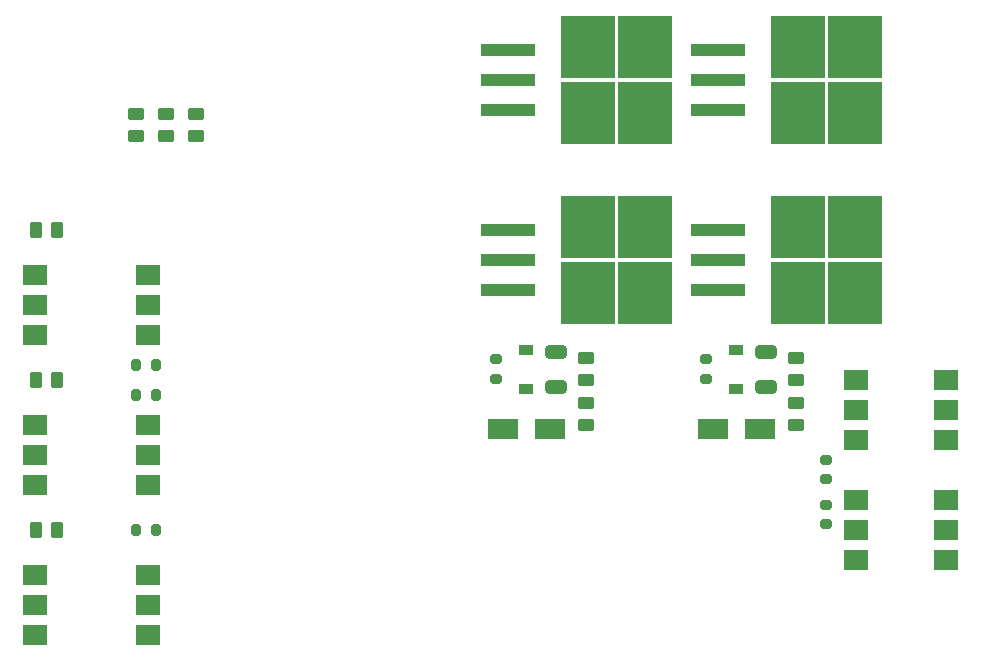
<source format=gtp>
G04 #@! TF.GenerationSoftware,KiCad,Pcbnew,(6.0.0)*
G04 #@! TF.CreationDate,2022-05-18T17:51:48+02:00*
G04 #@! TF.ProjectId,prototype-3,70726f74-6f74-4797-9065-2d332e6b6963,rev?*
G04 #@! TF.SameCoordinates,Original*
G04 #@! TF.FileFunction,Paste,Top*
G04 #@! TF.FilePolarity,Positive*
%FSLAX46Y46*%
G04 Gerber Fmt 4.6, Leading zero omitted, Abs format (unit mm)*
G04 Created by KiCad (PCBNEW (6.0.0)) date 2022-05-18 17:51:48*
%MOMM*%
%LPD*%
G01*
G04 APERTURE LIST*
G04 Aperture macros list*
%AMRoundRect*
0 Rectangle with rounded corners*
0 $1 Rounding radius*
0 $2 $3 $4 $5 $6 $7 $8 $9 X,Y pos of 4 corners*
0 Add a 4 corners polygon primitive as box body*
4,1,4,$2,$3,$4,$5,$6,$7,$8,$9,$2,$3,0*
0 Add four circle primitives for the rounded corners*
1,1,$1+$1,$2,$3*
1,1,$1+$1,$4,$5*
1,1,$1+$1,$6,$7*
1,1,$1+$1,$8,$9*
0 Add four rect primitives between the rounded corners*
20,1,$1+$1,$2,$3,$4,$5,0*
20,1,$1+$1,$4,$5,$6,$7,0*
20,1,$1+$1,$6,$7,$8,$9,0*
20,1,$1+$1,$8,$9,$2,$3,0*%
G04 Aperture macros list end*
%ADD10R,1.200000X0.900000*%
%ADD11RoundRect,0.200000X0.200000X0.275000X-0.200000X0.275000X-0.200000X-0.275000X0.200000X-0.275000X0*%
%ADD12R,2.500000X1.800000*%
%ADD13RoundRect,0.200000X-0.275000X0.200000X-0.275000X-0.200000X0.275000X-0.200000X0.275000X0.200000X0*%
%ADD14R,4.550000X5.250000*%
%ADD15R,4.600000X1.100000*%
%ADD16RoundRect,0.250000X0.450000X-0.262500X0.450000X0.262500X-0.450000X0.262500X-0.450000X-0.262500X0*%
%ADD17RoundRect,0.250000X-0.450000X0.262500X-0.450000X-0.262500X0.450000X-0.262500X0.450000X0.262500X0*%
%ADD18RoundRect,0.250000X0.262500X0.450000X-0.262500X0.450000X-0.262500X-0.450000X0.262500X-0.450000X0*%
%ADD19RoundRect,0.250000X0.650000X-0.325000X0.650000X0.325000X-0.650000X0.325000X-0.650000X-0.325000X0*%
%ADD20R,2.000000X1.780000*%
G04 APERTURE END LIST*
D10*
X170180000Y-84580000D03*
X170180000Y-81280000D03*
D11*
X121030000Y-85090000D03*
X119380000Y-85090000D03*
D12*
X172180000Y-88010000D03*
X168180000Y-88010000D03*
D13*
X177800000Y-90615000D03*
X177800000Y-92265000D03*
D14*
X157595000Y-61195000D03*
X157595000Y-55645000D03*
X162445000Y-55645000D03*
X162445000Y-61195000D03*
D15*
X150870000Y-55880000D03*
X150870000Y-58420000D03*
X150870000Y-60960000D03*
D16*
X175260000Y-83842500D03*
X175260000Y-82017500D03*
D11*
X121030000Y-96520000D03*
X119380000Y-96520000D03*
D13*
X167640000Y-82105000D03*
X167640000Y-83755000D03*
D10*
X152400000Y-84580000D03*
X152400000Y-81280000D03*
D17*
X121920000Y-61317500D03*
X121920000Y-63142500D03*
D14*
X180225000Y-55645000D03*
X175375000Y-55645000D03*
X180225000Y-61195000D03*
X175375000Y-61195000D03*
D15*
X168650000Y-55880000D03*
X168650000Y-58420000D03*
X168650000Y-60960000D03*
D16*
X157480000Y-87652500D03*
X157480000Y-85827500D03*
D18*
X112672500Y-83820000D03*
X110847500Y-83820000D03*
X112672500Y-96520000D03*
X110847500Y-96520000D03*
D19*
X154940000Y-84405000D03*
X154940000Y-81455000D03*
D17*
X119380000Y-61317500D03*
X119380000Y-63142500D03*
D16*
X157480000Y-83842500D03*
X157480000Y-82017500D03*
D12*
X154400000Y-88010000D03*
X150400000Y-88010000D03*
D13*
X149860000Y-82105000D03*
X149860000Y-83755000D03*
D11*
X121030000Y-82550000D03*
X119380000Y-82550000D03*
D13*
X177800000Y-94425000D03*
X177800000Y-96075000D03*
D14*
X162445000Y-76435000D03*
X162445000Y-70885000D03*
X157595000Y-76435000D03*
X157595000Y-70885000D03*
D15*
X150870000Y-71120000D03*
X150870000Y-73660000D03*
X150870000Y-76200000D03*
D20*
X110805000Y-87630000D03*
X110805000Y-90170000D03*
X110805000Y-92710000D03*
X120335000Y-92710000D03*
X120335000Y-90170000D03*
X120335000Y-87630000D03*
D16*
X175260000Y-87652500D03*
X175260000Y-85827500D03*
D18*
X112672500Y-71120000D03*
X110847500Y-71120000D03*
D20*
X180340000Y-83820000D03*
X180340000Y-86360000D03*
X180340000Y-88900000D03*
X187960000Y-88900000D03*
X187960000Y-86360000D03*
X187960000Y-83820000D03*
X110805000Y-100330000D03*
X110805000Y-102870000D03*
X110805000Y-105410000D03*
X120335000Y-105410000D03*
X120335000Y-102870000D03*
X120335000Y-100330000D03*
X110805000Y-74930000D03*
X110805000Y-77470000D03*
X110805000Y-80010000D03*
X120335000Y-80010000D03*
X120335000Y-77470000D03*
X120335000Y-74930000D03*
D19*
X172720000Y-84405000D03*
X172720000Y-81455000D03*
D20*
X180340000Y-93980000D03*
X180340000Y-96520000D03*
X180340000Y-99060000D03*
X187960000Y-99060000D03*
X187960000Y-96520000D03*
X187960000Y-93980000D03*
D17*
X124460000Y-61317500D03*
X124460000Y-63142500D03*
D14*
X175375000Y-70885000D03*
X175375000Y-76435000D03*
X180225000Y-76435000D03*
X180225000Y-70885000D03*
D15*
X168650000Y-71120000D03*
X168650000Y-73660000D03*
X168650000Y-76200000D03*
M02*

</source>
